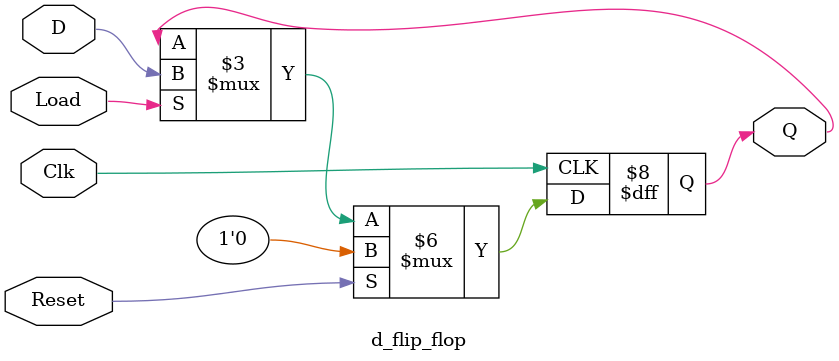
<source format=sv>
module d_flip_flop(
							input Clk, Load, Reset, D,
							output logic Q);
							
				always_ff @ (posedge Clk)
				begin
						if(Reset)
							Q <= 1'b0;
						else
							if (Load)
								Q <= D;
							else
								Q <= Q;
				end
							
							
endmodule

</source>
